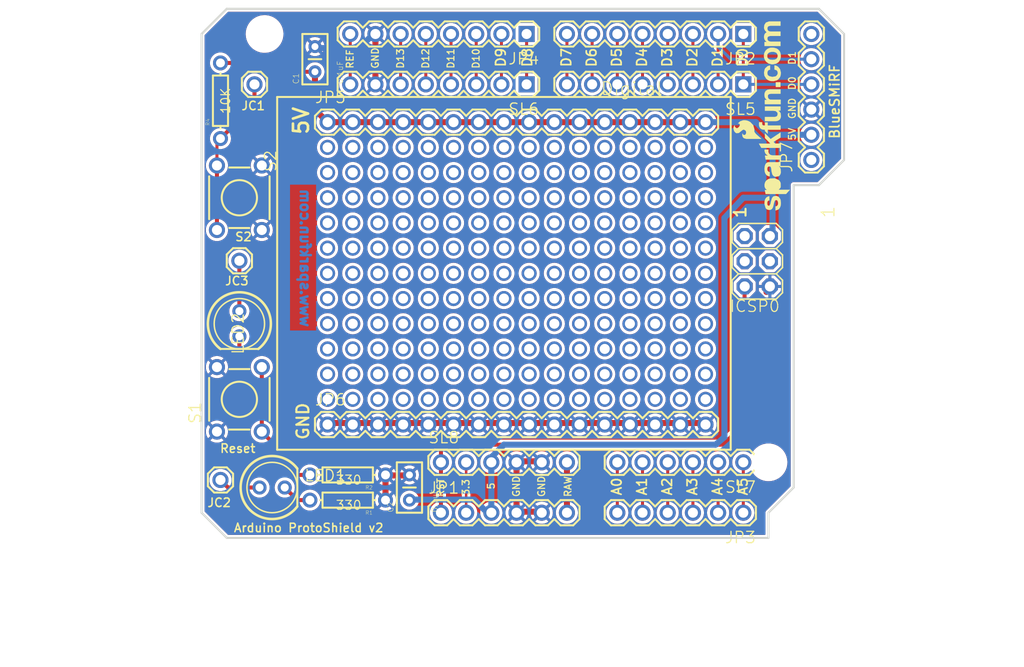
<source format=kicad_pcb>
(kicad_pcb (version 20211014) (generator pcbnew)
  (layers (0 "F.Cu" signal) (31 "B.Cu" signal) (34 "B.Paste" user) (35 "F.Paste" user) (36 "B.SilkS" user "B.Silkscreen") (37 "F.SilkS" user "F.Silkscreen") (38 "B.Mask" user) (39 "F.Mask" user) (44 "Edge.Cuts" user))
  (net 0 "")
  (net 1 "GND")
  (net 2 "N$6")
  (net 3 "N$7")
  (net 4 "LED1")
  (net 5 "LED2")
  (net 6 "RX")
  (net 7 "TX")
  (net 8 "D2")
  (net 9 "D3")
  (net 10 "D4")
  (net 11 "D5")
  (net 12 "D6")
  (net 13 "D7")
  (net 14 "D8")
  (net 15 "D9")
  (net 16 "D10")
  (net 17 "D11")
  (net 18 "D12")
  (net 19 "D13")
  (net 20 "AREF")
  (net 21 "A3")
  (net 22 "A4")
  (net 23 "3.3V")
  (net 24 "RESET")
  (net 25 "5V")
  (net 26 "VIN")
  (net 27 "A5")
  (net 28 "RES")
  (net 29 "N$3")
  (net 30 "N$4")
  (net 31 "N$5")
  (net 32 "N$10")
  (net 33 "N$11")
  (net 34 "N$12")
  (net 35 "N$13")
  (net 36 "N$14")
  (net 37 "N$15")
  (net 38 "N$16")
  (net 39 "N$17")
  (net 40 "N$18")
  (net 41 "N$19")
  (net 42 "N$20")
  (net 43 "N$21")
  (net 44 "N$22")
  (net 45 "N$23")
  (net 46 "N$24")
  (net 47 "N$25")
  (net 48 "N$26")
  (net 49 "N$27")
  (net 50 "N$28")
  (net 51 "N$29")
  (net 52 "N$30")
  (net 53 "N$31")
  (net 54 "N$32")
  (net 55 "N$33")
  (net 56 "N$34")
  (net 57 "N$35")
  (net 58 "N$36")
  (net 59 "N$37")
  (net 60 "N$38")
  (net 61 "N$39")
  (net 62 "N$40")
  (net 63 "N$41")
  (net 64 "N$42")
  (net 65 "N$43")
  (net 66 "N$44")
  (net 67 "N$45")
  (net 68 "N$46")
  (net 69 "N$47")
  (net 70 "N$48")
  (net 71 "N$49")
  (net 72 "N$50")
  (net 73 "N$51")
  (net 74 "N$52")
  (net 75 "N$53")
  (net 76 "N$54")
  (net 77 "N$55")
  (net 78 "N$56")
  (net 79 "N$57")
  (net 80 "N$58")
  (net 81 "N$59")
  (net 82 "N$60")
  (net 83 "N$61")
  (net 84 "N$62")
  (net 85 "N$63")
  (net 86 "N$64")
  (net 87 "N$65")
  (net 88 "N$66")
  (net 89 "N$67")
  (net 90 "N$68")
  (net 91 "N$69")
  (net 92 "N$70")
  (net 93 "N$71")
  (net 94 "N$72")
  (net 95 "N$73")
  (net 96 "N$74")
  (net 97 "N$75")
  (net 98 "N$76")
  (net 99 "N$77")
  (net 100 "N$78")
  (net 101 "N$79")
  (net 102 "N$80")
  (net 103 "N$81")
  (net 104 "N$82")
  (net 105 "N$83")
  (net 106 "N$84")
  (net 107 "N$85")
  (net 108 "N$86")
  (net 109 "N$87")
  (net 110 "N$88")
  (net 111 "N$89")
  (net 112 "N$90")
  (net 113 "N$91")
  (net 114 "N$92")
  (net 115 "N$93")
  (net 116 "N$94")
  (net 117 "N$95")
  (net 118 "N$96")
  (net 119 "N$97")
  (net 120 "N$98")
  (net 121 "N$99")
  (net 122 "N$100")
  (net 123 "N$101")
  (net 124 "N$102")
  (net 125 "N$103")
  (net 126 "N$104")
  (net 127 "N$105")
  (net 128 "N$106")
  (net 129 "N$107")
  (net 130 "N$108")
  (net 131 "N$109")
  (net 132 "N$110")
  (net 133 "N$111")
  (net 134 "N$112")
  (net 135 "N$113")
  (net 136 "N$114")
  (net 137 "N$115")
  (net 138 "N$116")
  (net 139 "N$117")
  (net 140 "N$118")
  (net 141 "N$119")
  (net 142 "N$120")
  (net 143 "N$121")
  (net 144 "N$122")
  (net 145 "N$123")
  (net 146 "N$124")
  (net 147 "N$125")
  (net 148 "N$126")
  (net 149 "N$127")
  (net 150 "N$128")
  (net 151 "N$129")
  (net 152 "N$130")
  (net 153 "N$131")
  (net 154 "N$132")
  (net 155 "N$133")
  (net 156 "N$134")
  (net 157 "N$135")
  (net 158 "N$136")
  (net 159 "N$137")
  (net 160 "N$138")
  (net 161 "N$139")
  (net 162 "N$140")
  (net 163 "N$141")
  (net 164 "N$142")
  (net 165 "N$143")
  (net 166 "N$144")
  (net 167 "N$145")
  (net 168 "N$146")
  (net 169 "N$147")
  (net 170 "N$148")
  (net 171 "N$149")
  (net 172 "N$150")
  (net 173 "N$151")
  (net 174 "N$152")
  (net 175 "N$153")
  (net 176 "N$154")
  (net 177 "N$155")
  (net 178 "N$156")
  (net 179 "N$157")
  (net 180 "N$158")
  (net 181 "N$159")
  (net 182 "N$160")
  (net 183 "N$161")
  (net 184 "N$162")
  (net 185 "N$163")
  (net 186 "N$164")
  (net 187 "N$165")
  (net 188 "N$166")
  (net 189 "N$167")
  (net 190 "N$168")
  (net 191 "N$169")
  (net 192 "N$170")
  (net 193 "N$171")
  (net 194 "N$172")
  (net 195 "N$173")
  (net 196 "N$174")
  (net 197 "N$175")
  (net 198 "N$176")
  (net 199 "N$177")
  (net 200 "N$178")
  (net 201 "N$179")
  (net 202 "N$180")
  (net 203 "N$181")
  (net 204 "N$182")
  (net 205 "MOSI")
  (net 206 "MISO")
  (net 207 "SCK")
  (net 208 "A2")
  (net 209 "A1")
  (net 210 "A0")
  (net 211 "NC1")
  (net 212 "NC2")
  (footprint "eagleBoard:TACTILE-PTH" (layer "F.Cu") (at 119.9261 97.3836 -90)
    (fp_text reference "S2")
    (fp_text value "" hide)
  )
  (footprint "eagleBoard:TACTILE-PTH" (layer "F.Cu") (at 119.9261 117.7036 90)
    (fp_text reference "S1")
    (fp_text value "Reset" hide)
  )
  (footprint "eagleBoard:AXIAL-0.3" (layer "F.Cu") (at 118.0211 87.6046 90)
    (fp_text reference "R4")
    (fp_text value "10K")
  )
  (footprint "eagleBoard:LED5MM" (layer "F.Cu") (at 123.2281 126.5936)
    (fp_text reference "LED1")
    (fp_text value "")
  )
  (footprint "eagleBoard:1X01" (layer "F.Cu") (at 118.0211 125.8316 90)
    (fp_text reference "JC2" hide)
    (fp_text value "M01PTH" hide)
  )
  (footprint "eagleBoard:1X16" (layer "F.Cu") (at 128.8161 89.7636)
    (fp_text reference "JP5")
    (fp_text value "M16PTH")
  )
  (footprint "eagleBoard:AXIAL-0.3" (layer "F.Cu") (at 130.8481 125.3236 180)
    (fp_text reference "R2")
    (fp_text value "330")
  )
  (footprint "eagleBoard:CAP-PTH-SMALL2" (layer "F.Cu") (at 137.0711 127.8636 90)
    (fp_text reference "C2")
    (fp_text value "0.1uF")
  )
  (footprint "eagleBoard:LED5MM" (layer "F.Cu") (at 119.9261 110.0836 -90)
    (fp_text reference "LED2")
    (fp_text value "")
  )
  (footprint "eagleBoard:1X06" (layer "F.Cu") (at 140.2461 129.1336)
    (fp_text reference "JP1")
    (fp_text value "Power")
  )
  (footprint "eagleBoard:1X16" (layer "F.Cu") (at 128.8161 120.2436)
    (fp_text reference "JP6")
    (fp_text value "M16PTH")
  )
  (footprint "eagleBoard:1X06" (layer "F.Cu") (at 170.7261 124.0536 180)
    (fp_text reference "SL7")
    (fp_text value "")
  )
  (footprint "eagleBoard:1X08" (layer "F.Cu") (at 170.7261 80.8736 180)
    (fp_text reference "JP2")
    (fp_text value "Digital1")
  )
  (footprint "" (layer "F.Cu") (at 122.4661 80.8736)
    (fp_text reference "@HOLE1" hide)
    (fp_text value "")
  )
  (footprint "eagleBoard:1X06" (layer "F.Cu") (at 177.5841 93.5736 90)
    (fp_text reference "JP7")
    (fp_text value "BlueSMiRF")
  )
  (footprint "eagleBoard:1X06" (layer "F.Cu") (at 170.7261 129.1336 180)
    (fp_text reference "JP3")
    (fp_text value "Analog")
  )
  (footprint "eagleBoard:1X01" (layer "F.Cu") (at 119.9261 103.7336 -90)
    (fp_text reference "JC3" hide)
    (fp_text value "M01PTH" hide)
  )
  (footprint "eagleBoard:CREATIVE_COMMONS" (layer "F.Cu") (at 116.1161 144.3736)
    (fp_text reference "U$2" hide)
    (fp_text value "CREATIVE_COMMONS" hide)
  )
  (footprint "eagleBoard:2X03" (layer "F.Cu") (at 172.1361 103.7836 -90)
    (fp_text reference "ICSP0")
    (fp_text value "ICSP")
  )
  (footprint "eagleBoard:AXIAL-0.3" (layer "F.Cu") (at 130.8481 127.8636 180)
    (fp_text reference "R1")
    (fp_text value "330")
  )
  (footprint "eagleBoard:SFE-NEW-WEBLOGO" (layer "F.Cu") (at 175.4251 98.6536 90)
    (fp_text reference "U$1" hide)
    (fp_text value "LOGO-SFENEW" hide)
  )
  (footprint "eagleBoard:BREADBOARD-MINI" (layer "F.Cu") (at 123.7361 122.7836)
    (fp_text reference "BB1" hide)
    (fp_text value "BREADBOARDMINI" hide)
  )
  (footprint "eagleBoard:CAP-PTH-SMALL2" (layer "F.Cu") (at 127.5461 84.6836 90)
    (fp_text reference "C1")
    (fp_text value "0.1uF")
  )
  (footprint "eagleBoard:1X08" (layer "F.Cu") (at 170.7261 85.9536 180)
    (fp_text reference "SL5")
    (fp_text value "")
  )
  (footprint "eagleBoard:1X01" (layer "F.Cu") (at 121.4501 85.9536)
    (fp_text reference "JC1" hide)
    (fp_text value "M01PTH" hide)
  )
  (footprint "" (layer "F.Cu") (at 173.2661 124.0536)
    (fp_text reference "@HOLE0" hide)
    (fp_text value "")
  )
  (footprint "eagleBoard:1X08" (layer "F.Cu") (at 148.8821 85.9536 180)
    (fp_text reference "SL6")
    (fp_text value "")
  )
  (footprint "eagleBoard:1X06" (layer "F.Cu") (at 140.2461 124.0536)
    (fp_text reference "SL8")
    (fp_text value "")
  )
  (footprint "eagleBoard:1X08" (layer "F.Cu") (at 148.8821 80.8736 180)
    (fp_text reference "JP4")
    (fp_text value "Digital2")
  )
  (gr_line (start 118.6561 78.3336) (end 116.1161 80.8736) (layer "Edge.Cuts") (width 0.2032))
  (gr_line (start 180.8861 80.8736) (end 178.3461 78.3336) (layer "Edge.Cuts") (width 0.2032))
  (gr_line (start 178.3461 78.3336) (end 118.6561 78.3336) (layer "Edge.Cuts") (width 0.2032))
  (gr_line (start 175.8061 96.1136) (end 178.3461 96.1136) (layer "Edge.Cuts") (width 0.2032))
  (gr_line (start 178.3461 96.1136) (end 180.8861 93.5736) (layer "Edge.Cuts") (width 0.2032))
  (gr_line (start 116.1161 80.8736) (end 116.1161 129.1336) (layer "Edge.Cuts") (width 0.2032))
  (gr_line (start 173.2661 129.1336) (end 175.8061 126.5936) (layer "Edge.Cuts") (width 0.2032))
  (gr_line (start 118.6561 131.6736) (end 173.2661 131.6736) (layer "Edge.Cuts") (width 0.2032))
  (gr_line (start 175.8061 126.5936) (end 175.8061 96.1136) (layer "Edge.Cuts") (width 0.2032))
  (gr_line (start 116.1161 129.1336) (end 118.6561 131.6736) (layer "Edge.Cuts") (width 0.2032))
  (gr_line (start 173.2661 131.6736) (end 173.2661 129.1336) (layer "Edge.Cuts") (width 0.2032))
  (gr_line (start 180.8861 93.5736) (end 180.8861 80.8736) (layer "Edge.Cuts") (width 0.2032))
  (gr_text "www.sparkfun.com" (at 127.1651 96.3676 -90) (layer "B.Cu") (effects (font (size 1.016 1.016) (thickness 0.254)) (justify right top mirror)))
  (gr_text "1" (at 171.1071 99.5426 90) (layer "F.SilkS") (effects (font (size 1.19 1.19) (thickness 0.21)) (justify left bottom)))
  (gr_text "D1" (at 176.0601 84.0486 90) (layer "F.SilkS") (effects (font (size 0.69088 0.69088) (thickness 0.12192)) (justify left bottom)))
  (gr_text "JC1" (at 120.0531 88.6206) (layer "F.SilkS") (effects (font (size 0.8636 0.8636) (thickness 0.1524)) (justify left bottom)))
  (gr_text "D9" (at 146.8501 84.3026 90) (layer "F.SilkS") (effects (font (size 0.97155 0.97155) (thickness 0.17145)) (justify left bottom)))
  (gr_text "A0" (at 158.5341 127.4826 90) (layer "F.SilkS") (effects (font (size 0.97155 0.97155) (thickness 0.17145)) (justify left bottom)))
  (gr_text "GND" (at 127.0381 121.8946 90) (layer "F.SilkS") (effects (font (size 1.20904 1.20904) (thickness 0.21336)) (justify left bottom)))
  (gr_text "Digital" (at 156.2845 87.1324) (layer "F.SilkS") (effects (font (size 1.288 1.288) (thickness 0.112)) (justify left bottom)))
  (gr_text "Arduino ProtoShield v2" (at 119.2911 131.1656) (layer "F.SilkS") (effects (font (size 0.8636 0.8636) (thickness 0.1524)) (justify left bottom)))
  (gr_text "A1" (at 161.0741 127.4826 90) (layer "F.SilkS") (effects (font (size 0.97155 0.97155) (thickness 0.17145)) (justify left bottom)))
  (gr_text "A4" (at 168.6941 127.4826 90) (layer "F.SilkS") (effects (font (size 0.97155 0.97155) (thickness 0.17145)) (justify left bottom)))
  (gr_text "1" (at 180.0247 99.5102 90) (layer "F.SilkS") (effects (font (size 1.288 1.288) (thickness 0.112)) (justify left bottom)))
  (gr_text "D11" (at 141.6431 84.4296 90) (layer "F.SilkS") (effects (font (size 0.69088 0.69088) (thickness 0.12192)) (justify left bottom)))
  (gr_text "JC2" (at 116.6241 128.6256) (layer "F.SilkS") (effects (font (size 0.8636 0.8636) (thickness 0.1524)) (justify left bottom)))
  (gr_text "A2" (at 163.6141 127.4826 90) (layer "F.SilkS") (effects (font (size 0.97155 0.97155) (thickness 0.17145)) (justify left bottom)))
  (gr_text "D10" (at 144.1831 84.4296 90) (layer "F.SilkS") (effects (font (size 0.69088 0.69088) (thickness 0.12192)) (justify left bottom)))
  (gr_text "GND" (at 148.2471 127.6096 90) (layer "F.SilkS") (effects (font (size 0.69088 0.69088) (thickness 0.12192)) (justify left bottom)))
  (gr_text "GND" (at 176.0601 89.5096 90) (layer "F.SilkS") (effects (font (size 0.69088 0.69088) (thickness 0.12192)) (justify left bottom)))
  (gr_text "A3" (at 166.1541 127.4826 90) (layer "F.SilkS") (effects (font (size 0.97155 0.97155) (thickness 0.17145)) (justify left bottom)))
  (gr_text "D0" (at 171.2341 84.3026 90) (layer "F.SilkS") (effects (font (size 0.97155 0.97155) (thickness 0.17145)) (justify left bottom)))
  (gr_text "D12" (at 139.1031 84.4296 90) (layer "F.SilkS") (effects (font (size 0.69088 0.69088) (thickness 0.12192)) (justify left bottom)))
  (gr_text "D0" (at 176.0601 86.5886 90) (layer "F.SilkS") (effects (font (size 0.69088 0.69088) (thickness 0.12192)) (justify left bottom)))
  (gr_text "D1" (at 168.6941 84.3026 90) (layer "F.SilkS") (effects (font (size 0.97155 0.97155) (thickness 0.17145)) (justify left bottom)))
  (gr_text "D2" (at 166.1541 84.3026 90) (layer "F.SilkS") (effects (font (size 0.97155 0.97155) (thickness 0.17145)) (justify left bottom)))
  (gr_text "D3" (at 163.6141 84.3026 90) (layer "F.SilkS") (effects (font (size 0.97155 0.97155) (thickness 0.17145)) (justify left bottom)))
  (gr_text "D4" (at 161.0741 84.3026 90) (layer "F.SilkS") (effects (font (size 0.97155 0.97155) (thickness 0.17145)) (justify left bottom)))
  (gr_text "D5" (at 158.5341 84.3026 90) (layer "F.SilkS") (effects (font (size 0.97155 0.97155) (thickness 0.17145)) (justify left bottom)))
  (gr_text "JC3" (at 118.4021 106.2736) (layer "F.SilkS") (effects (font (size 0.8636 0.8636) (thickness 0.1524)) (justify left bottom)))
  (gr_text "RAW" (at 153.4541 127.6096 90) (layer "F.SilkS") (effects (font (size 0.69088 0.69088) (thickness 0.12192)) (justify left bottom)))
  (gr_text "Reset" (at 117.8941 123.1646) (layer "F.SilkS") (effects (font (size 0.8636 0.8636) (thickness 0.1524)) (justify left bottom)))
  (gr_text "5" (at 145.7071 126.8476 90) (layer "F.SilkS") (effects (font (size 0.69088 0.69088) (thickness 0.12192)) (justify left bottom)))
  (gr_text "D13" (at 136.5631 84.4296 90) (layer "F.SilkS") (effects (font (size 0.69088 0.69088) (thickness 0.12192)) (justify left bottom)))
  (gr_text "D7" (at 153.4541 84.3026 90) (layer "F.SilkS") (effects (font (size 0.97155 0.97155) (thickness 0.17145)) (justify left bottom)))
  (gr_text "REF" (at 131.4831 84.4296 90) (layer "F.SilkS") (effects (font (size 0.69088 0.69088) (thickness 0.12192)) (justify left bottom)))
  (gr_text "D6" (at 155.9941 84.3026 90) (layer "F.SilkS") (effects (font (size 0.97155 0.97155) (thickness 0.17145)) (justify left bottom)))
  (gr_text "5V" (at 127.0381 91.1606 90) (layer "F.SilkS") (effects (font (size 1.5113 1.5113) (thickness 0.2667)) (justify left bottom)))
  (gr_text "S2" (at 119.4181 101.8286) (layer "F.SilkS") (effects (font (size 0.8636 0.8636) (thickness 0.1524)) (justify left bottom)))
  (gr_text "GND" (at 150.7871 127.6096 90) (layer "F.SilkS") (effects (font (size 0.69088 0.69088) (thickness 0.12192)) (justify left bottom)))
  (gr_text "3.3" (at 143.1671 127.4826 90) (layer "F.SilkS") (effects (font (size 0.69088 0.69088) (thickness 0.12192)) (justify left bottom)))
  (gr_text "D8" (at 149.5171 84.3026 90) (layer "F.SilkS") (effects (font (size 0.97155 0.97155) (thickness 0.17145)) (justify left bottom)))
  (gr_text "5V" (at 176.0601 91.6686 90) (layer "F.SilkS") (effects (font (size 0.69088 0.69088) (thickness 0.12192)) (justify left bottom)))
  (gr_text "GND" (at 134.0231 84.4296 90) (layer "F.SilkS") (effects (font (size 0.69088 0.69088) (thickness 0.12192)) (justify left bottom)))
  (gr_text "BlueSMiRF" (at 180.5051 91.5416 90) (layer "F.SilkS") (effects (font (size 0.97155 0.97155) (thickness 0.17145)) (justify left bottom)))
  (gr_text "RST" (at 140.6271 127.6096 90) (layer "F.SilkS") (effects (font (size 0.69088 0.69088) (thickness 0.12192)) (justify left bottom)))
  (gr_text "A5" (at 171.2341 127.4826 90) (layer "F.SilkS") (effects (font (size 0.97155 0.97155) (thickness 0.17145)) (justify left bottom)))
  (segment (start 161.2773 120.0912) (end 161.8361 120.2436) (width 0.6096) (layer "F.Cu") (net 1))
  (segment (start 149.6949 129.032) (end 150.4061 129.1336) (width 0.6096) (layer "F.Cu") (net 1))
  (segment (start 164.3761 120.2436) (end 164.9349 120.0912) (width 0.6096) (layer "F.Cu") (net 1))
  (segment (start 147.8661 129.1336) (end 147.8661 124.0536) (width 0.6096) (layer "F.Cu") (net 1))
  (segment (start 159.8549 120.0912) (end 161.2773 120.0912) (width 0.6096) (layer "F.Cu") (net 1))
  (segment (start 133.8961 120.2436) (end 134.4549 120.0912) (width 0.6096) (layer "F.Cu") (net 1))
  (segment (start 149.6949 123.952) (end 150.4061 124.0536) (width 0.6096) (layer "F.Cu") (net 1))
  (segment (start 137.0965 120.0912) (end 138.3157 120.0912) (width 0.6096) (layer "F.Cu") (net 1))
  (segment (start 162.4965 120.0912) (end 163.7157 120.0912) (width 0.6096) (layer "F.Cu") (net 1))
  (segment (start 139.5349 120.0912) (end 140.9573 120.0912) (width 0.6096) (layer "F.Cu") (net 1))
  (segment (start 151.1173 120.0912) (end 151.6761 120.2436) (width 0.6096) (layer "F.Cu") (net 1))
  (segment (start 149.1361 120.2436) (end 149.6949 120.0912) (width 0.6096) (layer "F.Cu") (net 1))
  (segment (start 152.3365 120.0912) (end 153.5557 120.0912) (width 0.6096) (layer "F.Cu") (net 1))
  (segment (start 135.2677 125.3744) (end 136.4869 125.3744) (width 0.6096) (layer "F.Cu") (net 1))
  (segment (start 163.7157 120.0912) (end 164.3761 120.2436) (width 0.6096) (layer "F.Cu") (net 1))
  (segment (start 144.0561 120.2436) (end 144.6149 120.0912) (width 0.6096) (layer "F.Cu") (net 1))
  (segment (start 146.5961 120.2436) (end 147.2565 120.0912) (width 0.6096) (layer "F.Cu") (net 1))
  (segment (start 156.1973 120.0912) (end 156.7561 120.2436) (width 0.6096) (layer "F.Cu") (net 1))
  (segment (start 148.4757 129.032) (end 149.6949 129.032) (width 0.6096) (layer "F.Cu") (net 1))
  (segment (start 138.9761 120.2436) (end 139.5349 120.0912) (width 0.6096) (layer "F.Cu") (net 1))
  (segment (start 158.6357 120.0912) (end 159.2961 120.2436) (width 0.6096) (layer "F.Cu") (net 1))
  (segment (start 132.0165 120.0912) (end 133.2357 120.0912) (width 0.6096) (layer "F.Cu") (net 1))
  (segment (start 130.7973 120.0912) (end 131.3561 120.2436) (width 0.6096) (layer "F.Cu") (net 1))
  (segment (start 147.8661 124.0536) (end 148.4757 123.952) (width 0.6096) (layer "F.Cu") (net 1))
  (segment (start 148.4757 120.0912) (end 149.1361 120.2436) (width 0.6096) (layer "F.Cu") (net 1))
  (segment (start 136.4869 125.3744) (end 137.0711 125.3236) (width 0.6096) (layer "F.Cu") (net 1))
  (segment (start 166.3573 120.0912) (end 166.9161 120.2436) (width 0.6096) (layer "F.Cu") (net 1))
  (segment (start 129.3749 120.0912) (end 130.7973 120.0912) (width 0.6096) (layer "F.Cu") (net 1))
  (segment (start 143.3957 120.0912) (end 144.0561 120.2436) (width 0.6096) (layer "F.Cu") (net 1))
  (segment (start 154.7749 120.0912) (end 156.1973 120.0912) (width 0.6096) (layer "F.Cu") (net 1))
  (segment (start 147.2565 120.0912) (end 148.4757 120.0912) (width 0.6096) (layer "F.Cu") (net 1))
  (segment (start 153.5557 120.0912) (end 154.2161 120.2436) (width 0.6096) (layer "F.Cu") (net 1))
  (segment (start 156.7561 120.2436) (end 157.4165 120.0912) (width 0.6096) (layer "F.Cu") (net 1))
  (segment (start 141.5161 120.2436) (end 142.1765 120.0912) (width 0.6096) (layer "F.Cu") (net 1))
  (segment (start 147.8661 129.1336) (end 148.4757 129.032) (width 0.6096) (layer "F.Cu") (net 1))
  (segment (start 161.8361 120.2436) (end 162.4965 120.0912) (width 0.6096) (layer "F.Cu") (net 1))
  (segment (start 157.4165 120.0912) (end 158.6357 120.0912) (width 0.6096) (layer "F.Cu") (net 1))
  (segment (start 146.0373 120.0912) (end 146.5961 120.2436) (width 0.6096) (layer "F.Cu") (net 1))
  (segment (start 135.8773 120.0912) (end 136.4361 120.2436) (width 0.6096) (layer "F.Cu") (net 1))
  (segment (start 136.4361 120.2436) (end 137.0965 120.0912) (width 0.6096) (layer "F.Cu") (net 1))
  (segment (start 173.0629 106.8832) (end 173.4061 106.3236) (width 0.6096) (layer "F.Cu") (net 1))
  (segment (start 134.6581 127.8636) (end 134.6581 125.3236) (width 0.6096) (layer "F.Cu") (net 1))
  (segment (start 131.3561 120.2436) (end 132.0165 120.0912) (width 0.6096) (layer "F.Cu") (net 1))
  (segment (start 140.9573 120.0912) (end 141.5161 120.2436) (width 0.6096) (layer "F.Cu") (net 1))
  (segment (start 149.6949 120.0912) (end 151.1173 120.0912) (width 0.6096) (layer "F.Cu") (net 1))
  (segment (start 134.4549 120.0912) (end 135.8773 120.0912) (width 0.6096) (layer "F.Cu") (net 1))
  (segment (start 133.6421 80.8736) (end 133.6421 85.9536) (width 0.6096) (layer "F.Cu") (net 1))
  (segment (start 164.9349 120.0912) (end 166.3573 120.0912) (width 0.6096) (layer "F.Cu") (net 1))
  (segment (start 154.2161 120.2436) (end 154.7749 120.0912) (width 0.6096) (layer "F.Cu") (net 1))
  (segment (start 142.1765 120.0912) (end 143.3957 120.0912) (width 0.6096) (layer "F.Cu") (net 1))
  (segment (start 151.6761 120.2436) (end 152.3365 120.0912) (width 0.6096) (layer "F.Cu") (net 1))
  (segment (start 159.2961 120.2436) (end 159.8549 120.0912) (width 0.6096) (layer "F.Cu") (net 1))
  (segment (start 138.3157 120.0912) (end 138.9761 120.2436) (width 0.6096) (layer "F.Cu") (net 1))
  (segment (start 134.6581 125.3236) (end 135.2677 125.3744) (width 0.6096) (layer "F.Cu") (net 1))
  (segment (start 148.4757 123.952) (end 149.6949 123.952) (width 0.6096) (layer "F.Cu") (net 1))
  (segment (start 144.6149 120.0912) (end 146.0373 120.0912) (width 0.6096) (layer "F.Cu") (net 1))
  (segment (start 133.2357 120.0912) (end 133.8961 120.2436) (width 0.6096) (layer "F.Cu") (net 1))
  (segment (start 128.8161 120.2436) (end 129.3749 120.0912) (width 0.6096) (layer "F.Cu") (net 1))
  (segment (start 133.0325 81.28) (end 133.6421 80.8736) (width 0.6096) (layer "B.Cu") (net 1))
  (segment (start 127.5461 82.1436) (end 127.9525 82.296) (width 0.6096) (layer "B.Cu") (net 1))
  (segment (start 132.0165 82.296) (end 133.0325 81.28) (width 0.6096) (layer "B.Cu") (net 1))
  (segment (start 127.9525 82.296) (end 132.0165 82.296) (width 0.6096) (layer "B.Cu") (net 1))
  (segment (start 124.4981 126.5936) (end 125.7681 127.8636) (width 0.4064) (layer "F.Cu") (net 2))
  (segment (start 125.7681 127.8636) (end 127.0381 127.8636) (width 0.4064) (layer "F.Cu") (net 2))
  (segment (start 123.7361 125.3236) (end 127.0381 125.3236) (width 0.4064) (layer "F.Cu") (net 3))
  (segment (start 123.7361 125.3236) (end 119.9261 121.5136) (width 0.4064) (layer "F.Cu") (net 3))
  (segment (start 119.9261 121.5136) (end 119.9261 111.3536) (width 0.4064) (layer "F.Cu") (net 3))
  (segment (start 118.7831 126.5936) (end 121.9581 126.5936) (width 0.4064) (layer "F.Cu") (net 4))
  (segment (start 118.0211 125.8316) (end 118.7831 126.5936) (width 0.4064) (layer "F.Cu") (net 4))
  (segment (start 119.9261 108.8136) (end 119.9261 103.7336) (width 0.4064) (layer "F.Cu") (net 5))
  (segment (start 170.7261 85.9536) (end 170.7261 80.8736) (width 0.3048) (layer "F.Cu") (net 6))
  (segment (start 170.7261 85.9536) (end 177.5841 85.9536) (width 0.3048) (layer "B.Cu") (net 6))
  (segment (start 168.1861 85.9536) (end 168.1861 80.8736) (width 0.3048) (layer "F.Cu") (net 7))
  (segment (start 169.4561 83.4136) (end 177.5841 83.4136) (width 0.3048) (layer "B.Cu") (net 7))
  (segment (start 168.1861 80.8736) (end 168.1861 82.1436) (width 0.3048) (layer "B.Cu") (net 7))
  (segment (start 168.1861 82.1436) (end 169.4561 83.4136) (width 0.3048) (layer "B.Cu") (net 7))
  (segment (start 165.6461 85.9536) (end 165.6461 80.8736) (width 0.3048) (layer "F.Cu") (net 8))
  (segment (start 163.1061 85.9536) (end 163.1061 80.8736) (width 0.3048) (layer "F.Cu") (net 9))
  (segment (start 160.5661 85.9536) (end 160.5661 80.8736) (width 0.3048) (layer "F.Cu") (net 10))
  (segment (start 158.0261 85.9536) (end 158.0261 80.8736) (width 0.3048) (layer "F.Cu") (net 11))
  (segment (start 155.4861 85.9536) (end 155.4861 80.8736) (width 0.3048) (layer "F.Cu") (net 12))
  (segment (start 152.9461 85.9536) (end 152.9461 80.8736) (width 0.3048) (layer "F.Cu") (net 13))
  (segment (start 148.8821 85.9536) (end 148.8821 80.8736) (width 0.3048) (layer "F.Cu") (net 14))
  (segment (start 146.3421 85.9536) (end 146.3421 80.8736) (width 0.3048) (layer "F.Cu") (net 15))
  (segment (start 143.8021 85.9536) (end 143.8021 80.8736) (width 0.3048) (layer "F.Cu") (net 16))
  (segment (start 141.2621 85.9536) (end 141.2621 80.8736) (width 0.3048) (layer "F.Cu") (net 17))
  (segment (start 138.7221 85.9536) (end 138.7221 80.8736) (width 0.3048) (layer "F.Cu") (net 18))
  (segment (start 136.1821 85.9536) (end 136.1821 80.8736) (width 0.3048) (layer "F.Cu") (net 19))
  (segment (start 131.1021 85.9536) (end 131.1021 80.8736) (width 0.3048) (layer "F.Cu") (net 20))
  (segment (start 165.6461 129.1336) (end 165.6461 124.0536) (width 0.3048) (layer "F.Cu") (net 21))
  (segment (start 168.1861 129.1336) (end 168.1861 124.0536) (width 0.3048) (layer "F.Cu") (net 22))
  (segment (start 142.7861 129.1336) (end 142.7861 124.0536) (width 0.254) (layer "F.Cu") (net 23))
  (segment (start 168.6941 122.2756) (end 170.8531 120.1166) (width 0.4064) (layer "F.Cu") (net 24))
  (segment (start 170.8531 120.1166) (end 170.8531 106.2736) (width 0.4064) (layer "F.Cu") (net 24))
  (segment (start 140.2461 122.2756) (end 168.6941 122.2756) (width 0.4064) (layer "F.Cu") (net 24))
  (segment (start 122.1867 120.9802) (end 123.4821 122.2756) (width 0.4064) (layer "F.Cu") (net 24))
  (segment (start 140.2461 122.2756) (end 140.2461 124.0536) (width 0.4064) (layer "F.Cu") (net 24))
  (segment (start 122.1867 120.9548) (end 122.1867 120.9802) (width 0.4064) (layer "F.Cu") (net 24))
  (segment (start 123.4821 122.2756) (end 140.2461 122.2756) (width 0.4064) (layer "F.Cu") (net 24))
  (segment (start 140.2461 124.0536) (end 140.2461 129.1336) (width 0.4064) (layer "F.Cu") (net 24))
  (segment (start 170.8531 106.2736) (end 170.8661 106.2866) (width 0.4064) (layer "F.Cu") (net 24))
  (segment (start 170.8661 106.2866) (end 170.8661 106.3236) (width 0.4064) (layer "F.Cu") (net 24))
  (segment (start 122.1867 120.9548) (end 122.1867 114.4524) (width 0.4064) (layer "F.Cu") (net 24))
  (segment (start 128.8161 89.7636) (end 127.5461 88.4936) (width 0.6096) (layer "F.Cu") (net 25))
  (segment (start 149.1361 89.7636) (end 146.5961 89.7636) (width 0.6096) (layer "F.Cu") (net 25))
  (segment (start 123.1011 84.6836) (end 122.2121 83.7946) (width 0.4064) (layer "F.Cu") (net 25))
  (segment (start 151.6761 89.7636) (end 149.1361 89.7636) (width 0.6096) (layer "F.Cu") (net 25))
  (segment (start 159.2961 89.7636) (end 156.7561 89.7636) (width 0.6096) (layer "F.Cu") (net 25))
  (segment (start 136.4361 89.7636) (end 133.8961 89.7636) (width 0.6096) (layer "F.Cu") (net 25))
  (segment (start 164.3761 89.7636) (end 161.8361 89.7636) (width 0.6096) (layer "F.Cu") (net 25))
  (segment (start 127.5461 88.4936) (end 127.5461 84.6836) (width 0.6096) (layer "F.Cu") (net 25))
  (segment (start 133.8961 89.7636) (end 131.3561 89.7636) (width 0.6096) (layer "F.Cu") (net 25))
  (segment (start 144.0561 89.7636) (end 141.5161 89.7636) (width 0.6096) (layer "F.Cu") (net 25))
  (segment (start 156.7561 89.7636) (end 154.2161 89.7636) (width 0.6096) (layer "F.Cu") (net 25))
  (segment (start 127.5461 84.6836) (end 123.1011 84.6836) (width 0.4064) (layer "F.Cu") (net 25))
  (segment (start 146.5961 89.7636) (end 144.0561 89.7636) (width 0.6096) (layer "F.Cu") (net 25))
  (segment (start 154.2161 89.7636) (end 151.6761 89.7636) (width 0.6096) (layer "F.Cu") (net 25))
  (segment (start 138.9761 89.7636) (end 136.4361 89.7636) (width 0.6096) (layer "F.Cu") (net 25))
  (segment (start 161.8361 89.7636) (end 159.2961 89.7636) (width 0.6096) (layer "F.Cu") (net 25))
  (segment (start 122.2121 83.7946) (end 118.0211 83.7946) (width 0.4064) (layer "F.Cu") (net 25))
  (segment (start 131.3561 89.7636) (end 128.8161 89.7636) (width 0.6096) (layer "F.Cu") (net 25))
  (segment (start 141.5161 89.7636) (end 138.9761 89.7636) (width 0.6096) (layer "F.Cu") (net 25))
  (segment (start 166.9161 89.7636) (end 164.3761 89.7636) (width 0.6096) (layer "F.Cu") (net 25))
  (segment (start 173.6725 97.3836) (end 173.6725 100.584) (width 0.6096) (layer "B.Cu") (net 25))
  (segment (start 143.5989 127.8128) (end 144.6149 128.8288) (width 0.6096) (layer "B.Cu") (net 25))
  (segment (start 173.6725 91.44) (end 173.2661 91.0336) (width 0.6096) (layer "B.Cu") (net 25))
  (segment (start 146.5961 122.2756) (end 167.9321 122.2756) (width 0.6096) (layer "B.Cu") (net 25))
  (segment (start 145.3261 129.1336) (end 145.3261 124.0536) (width 0.6096) (layer "B.Cu") (net 25))
  (segment (start 173.6725 100.584) (end 173.4061 101.2436) (width 0.6096) (layer "B.Cu") (net 25))
  (segment (start 168.8211 99.4156) (end 170.7261 97.3836) (width 0.6096) (layer "B.Cu") (net 25))
  (segment (start 173.2661 91.0336) (end 171.9961 89.7636) (width 0.6096) (layer "B.Cu") (net 25))
  (segment (start 137.5029 127.8128) (end 143.5989 127.8128) (width 0.6096) (layer "B.Cu") (net 25))
  (segment (start 137.0711 127.8636) (end 137.5029 127.8128) (width 0.6096) (layer "B.Cu") (net 25))
  (segment (start 145.3261 124.0536) (end 145.3261 123.5456) (width 0.6096) (layer "B.Cu") (net 25))
  (segment (start 173.2661 91.0336) (end 177.5841 91.0336) (width 0.6096) (layer "B.Cu") (net 25))
  (segment (start 170.7261 97.3836) (end 173.6725 97.3836) (width 0.6096) (layer "B.Cu") (net 25))
  (segment (start 168.8211 121.5136) (end 168.8211 99.4156) (width 0.6096) (layer "B.Cu") (net 25))
  (segment (start 171.9961 89.7636) (end 166.9161 89.7636) (width 0.6096) (layer "B.Cu") (net 25))
  (segment (start 173.6725 97.3836) (end 173.6725 91.44) (width 0.6096) (layer "B.Cu") (net 25))
  (segment (start 145.3261 123.5456) (end 146.5961 122.2756) (width 0.6096) (layer "B.Cu") (net 25))
  (segment (start 167.9321 122.2756) (end 168.8211 121.5136) (width 0.6096) (layer "B.Cu") (net 25))
  (segment (start 144.6149 128.8288) (end 145.3261 129.1336) (width 0.6096) (layer "B.Cu") (net 25))
  (segment (start 152.9461 129.1336) (end 152.9461 124.0536) (width 0.6096) (layer "F.Cu") (net 26))
  (segment (start 170.7261 129.1336) (end 170.7261 124.0536) (width 0.3048) (layer "F.Cu") (net 27))
  (segment (start 118.0211 91.4146) (end 121.4501 87.9856) (width 0.4064) (layer "F.Cu") (net 28))
  (segment (start 117.6655 94.1324) (end 117.6655 91.7702) (width 0.3048) (layer "F.Cu") (net 28))
  (segment (start 117.6655 100.6348) (end 117.6655 94.1324) (width 0.4064) (layer "F.Cu") (net 28))
  (segment (start 117.6655 91.7702) (end 118.0211 91.4146) (width 0.3048) (layer "F.Cu") (net 28))
  (segment (start 121.4501 87.9856) (end 121.4501 85.9536) (width 0.4064) (layer "F.Cu") (net 28))
  (via (at 166.9161 92.3036) (size 1.524) (drill 1.016) (layers "F.Cu" "B.Cu") (net 29))
  (via (at 166.9161 94.8436) (size 1.524) (drill 1.016) (layers "F.Cu" "B.Cu") (net 30))
  (via (at 166.9161 117.7036) (size 1.524) (drill 1.016) (layers "F.Cu" "B.Cu") (net 31))
  (via (at 166.9161 115.1636) (size 1.524) (drill 1.016) (layers "F.Cu" "B.Cu") (net 32))
  (via (at 166.9161 112.6236) (size 1.524) (drill 1.016) (layers "F.Cu" "B.Cu") (net 33))
  (via (at 166.9161 110.0836) (size 1.524) (drill 1.016) (layers "F.Cu" "B.Cu") (net 34))
  (via (at 166.9161 107.5436) (size 1.524) (drill 1.016) (layers "F.Cu" "B.Cu") (net 35))
  (via (at 166.9161 105.0036) (size 1.524) (drill 1.016) (layers "F.Cu" "B.Cu") (net 36))
  (via (at 166.9161 102.4636) (size 1.524) (drill 1.016) (layers "F.Cu" "B.Cu") (net 37))
  (via (at 166.9161 99.9236) (size 1.524) (drill 1.016) (layers "F.Cu" "B.Cu") (net 38))
  (via (at 166.9161 97.3836) (size 1.524) (drill 1.016) (layers "F.Cu" "B.Cu") (net 39))
  (via (at 164.3761 92.3036) (size 1.524) (drill 1.016) (layers "F.Cu" "B.Cu") (net 40))
  (via (at 164.3761 94.8436) (size 1.524) (drill 1.016) (layers "F.Cu" "B.Cu") (net 41))
  (via (at 164.3761 117.7036) (size 1.524) (drill 1.016) (layers "F.Cu" "B.Cu") (net 42))
  (via (at 164.3761 115.1636) (size 1.524) (drill 1.016) (layers "F.Cu" "B.Cu") (net 43))
  (via (at 164.3761 112.6236) (size 1.524) (drill 1.016) (layers "F.Cu" "B.Cu") (net 44))
  (via (at 164.3761 110.0836) (size 1.524) (drill 1.016) (layers "F.Cu" "B.Cu") (net 45))
  (via (at 164.3761 107.5436) (size 1.524) (drill 1.016) (layers "F.Cu" "B.Cu") (net 46))
  (via (at 164.3761 105.0036) (size 1.524) (drill 1.016) (layers "F.Cu" "B.Cu") (net 47))
  (via (at 164.3761 102.4636) (size 1.524) (drill 1.016) (layers "F.Cu" "B.Cu") (net 48))
  (via (at 164.3761 99.9236) (size 1.524) (drill 1.016) (layers "F.Cu" "B.Cu") (net 49))
  (via (at 164.3761 97.3836) (size 1.524) (drill 1.016) (layers "F.Cu" "B.Cu") (net 50))
  (via (at 161.8361 92.3036) (size 1.524) (drill 1.016) (layers "F.Cu" "B.Cu") (net 51))
  (via (at 161.8361 94.8436) (size 1.524) (drill 1.016) (layers "F.Cu" "B.Cu") (net 52))
  (via (at 161.8361 117.7036) (size 1.524) (drill 1.016) (layers "F.Cu" "B.Cu") (net 53))
  (via (at 161.8361 115.1636) (size 1.524) (drill 1.016) (layers "F.Cu" "B.Cu") (net 54))
  (via (at 161.8361 112.6236) (size 1.524) (drill 1.016) (layers "F.Cu" "B.Cu") (net 55))
  (via (at 161.8361 110.0836) (size 1.524) (drill 1.016) (layers "F.Cu" "B.Cu") (net 56))
  (via (at 161.8361 107.5436) (size 1.524) (drill 1.016) (layers "F.Cu" "B.Cu") (net 57))
  (via (at 161.8361 105.0036) (size 1.524) (drill 1.016) (layers "F.Cu" "B.Cu") (net 58))
  (via (at 161.8361 102.4636) (size 1.524) (drill 1.016) (layers "F.Cu" "B.Cu") (net 59))
  (via (at 161.8361 99.9236) (size 1.524) (drill 1.016) (layers "F.Cu" "B.Cu") (net 60))
  (via (at 161.8361 97.3836) (size 1.524) (drill 1.016) (layers "F.Cu" "B.Cu") (net 61))
  (via (at 159.2961 92.3036) (size 1.524) (drill 1.016) (layers "F.Cu" "B.Cu") (net 62))
  (via (at 159.2961 94.8436) (size 1.524) (drill 1.016) (layers "F.Cu" "B.Cu") (net 63))
  (via (at 159.2961 117.7036) (size 1.524) (drill 1.016) (layers "F.Cu" "B.Cu") (net 64))
  (via (at 159.2961 115.1636) (size 1.524) (drill 1.016) (layers "F.Cu" "B.Cu") (net 65))
  (via (at 159.2961 112.6236) (size 1.524) (drill 1.016) (layers "F.Cu" "B.Cu") (net 66))
  (via (at 159.2961 110.0836) (size 1.524) (drill 1.016) (layers "F.Cu" "B.Cu") (net 67))
  (via (at 159.2961 107.5436) (size 1.524) (drill 1.016) (layers "F.Cu" "B.Cu") (net 68))
  (via (at 159.2961 105.0036) (size 1.524) (drill 1.016) (layers "F.Cu" "B.Cu") (net 69))
  (via (at 159.2961 102.4636) (size 1.524) (drill 1.016) (layers "F.Cu" "B.Cu") (net 70))
  (via (at 159.2961 99.9236) (size 1.524) (drill 1.016) (layers "F.Cu" "B.Cu") (net 71))
  (via (at 159.2961 97.3836) (size 1.524) (drill 1.016) (layers "F.Cu" "B.Cu") (net 72))
  (via (at 156.7561 92.3036) (size 1.524) (drill 1.016) (layers "F.Cu" "B.Cu") (net 73))
  (via (at 156.7561 94.8436) (size 1.524) (drill 1.016) (layers "F.Cu" "B.Cu") (net 74))
  (via (at 156.7561 117.7036) (size 1.524) (drill 1.016) (layers "F.Cu" "B.Cu") (net 75))
  (via (at 156.7561 115.1636) (size 1.524) (drill 1.016) (layers "F.Cu" "B.Cu") (net 76))
  (via (at 156.7561 112.6236) (size 1.524) (drill 1.016) (layers "F.Cu" "B.Cu") (net 77))
  (via (at 156.7561 110.0836) (size 1.524) (drill 1.016) (layers "F.Cu" "B.Cu") (net 78))
  (via (at 156.7561 107.5436) (size 1.524) (drill 1.016) (layers "F.Cu" "B.Cu") (net 79))
  (via (at 156.7561 105.0036) (size 1.524) (drill 1.016) (layers "F.Cu" "B.Cu") (net 80))
  (via (at 156.7561 102.4636) (size 1.524) (drill 1.016) (layers "F.Cu" "B.Cu") (net 81))
  (via (at 156.7561 99.9236) (size 1.524) (drill 1.016) (layers "F.Cu" "B.Cu") (net 82))
  (via (at 156.7561 97.3836) (size 1.524) (drill 1.016) (layers "F.Cu" "B.Cu") (net 83))
  (via (at 154.2161 92.3036) (size 1.524) (drill 1.016) (layers "F.Cu" "B.Cu") (net 84))
  (via (at 154.2161 94.8436) (size 1.524) (drill 1.016) (layers "F.Cu" "B.Cu") (net 85))
  (via (at 154.2161 117.7036) (size 1.524) (drill 1.016) (layers "F.Cu" "B.Cu") (net 86))
  (via (at 154.2161 115.1636) (size 1.524) (drill 1.016) (layers "F.Cu" "B.Cu") (net 87))
  (via (at 154.2161 112.6236) (size 1.524) (drill 1.016) (layers "F.Cu" "B.Cu") (net 88))
  (via (at 154.2161 110.0836) (size 1.524) (drill 1.016) (layers "F.Cu" "B.Cu") (net 89))
  (via (at 154.2161 107.5436) (size 1.524) (drill 1.016) (layers "F.Cu" "B.Cu") (net 90))
  (via (at 154.2161 105.0036) (size 1.524) (drill 1.016) (layers "F.Cu" "B.Cu") (net 91))
  (via (at 154.2161 102.4636) (size 1.524) (drill 1.016) (layers "F.Cu" "B.Cu") (net 92))
  (via (at 154.2161 99.9236) (size 1.524) (drill 1.016) (layers "F.Cu" "B.Cu") (net 93))
  (via (at 154.2161 97.3836) (size 1.524) (drill 1.016) (layers "F.Cu" "B.Cu") (net 94))
  (via (at 151.6761 92.3036) (size 1.524) (drill 1.016) (layers "F.Cu" "B.Cu") (net 95))
  (via (at 151.6761 94.8436) (size 1.524) (drill 1.016) (layers "F.Cu" "B.Cu") (net 96))
  (via (at 151.6761 117.7036) (size 1.524) (drill 1.016) (layers "F.Cu" "B.Cu") (net 97))
  (via (at 151.6761 115.1636) (size 1.524) (drill 1.016) (layers "F.Cu" "B.Cu") (net 98))
  (via (at 151.6761 112.6236) (size 1.524) (drill 1.016) (layers "F.Cu" "B.Cu") (net 99))
  (via (at 151.6761 110.0836) (size 1.524) (drill 1.016) (layers "F.Cu" "B.Cu") (net 100))
  (via (at 151.6761 107.5436) (size 1.524) (drill 1.016) (layers "F.Cu" "B.Cu") (net 101))
  (via (at 151.6761 105.0036) (size 1.524) (drill 1.016) (layers "F.Cu" "B.Cu") (net 102))
  (via (at 151.6761 102.4636) (size 1.524) (drill 1.016) (layers "F.Cu" "B.Cu") (net 103))
  (via (at 151.6761 99.9236) (size 1.524) (drill 1.016) (layers "F.Cu" "B.Cu") (net 104))
  (via (at 151.6761 97.3836) (size 1.524) (drill 1.016) (layers "F.Cu" "B.Cu") (net 105))
  (via (at 149.1361 92.3036) (size 1.524) (drill 1.016) (layers "F.Cu" "B.Cu") (net 106))
  (via (at 149.1361 94.8436) (size 1.524) (drill 1.016) (layers "F.Cu" "B.Cu") (net 107))
  (via (at 149.1361 117.7036) (size 1.524) (drill 1.016) (layers "F.Cu" "B.Cu") (net 108))
  (via (at 149.1361 115.1636) (size 1.524) (drill 1.016) (layers "F.Cu" "B.Cu") (net 109))
  (via (at 149.1361 112.6236) (size 1.524) (drill 1.016) (layers "F.Cu" "B.Cu") (net 110))
  (via (at 149.1361 110.0836) (size 1.524) (drill 1.016) (layers "F.Cu" "B.Cu") (net 111))
  (via (at 149.1361 107.5436) (size 1.524) (drill 1.016) (layers "F.Cu" "B.Cu") (net 112))
  (via (at 149.1361 105.0036) (size 1.524) (drill 1.016) (layers "F.Cu" "B.Cu") (net 113))
  (via (at 149.1361 102.4636) (size 1.524) (drill 1.016) (layers "F.Cu" "B.Cu") (net 114))
  (via (at 149.1361 99.9236) (size 1.524) (drill 1.016) (layers "F.Cu" "B.Cu") (net 115))
  (via (at 149.1361 97.3836) (size 1.524) (drill 1.016) (layers "F.Cu" "B.Cu") (net 116))
  (via (at 146.5961 92.3036) (size 1.524) (drill 1.016) (layers "F.Cu" "B.Cu") (net 117))
  (via (at 146.5961 94.8436) (size 1.524) (drill 1.016) (layers "F.Cu" "B.Cu") (net 118))
  (via (at 146.5961 117.7036) (size 1.524) (drill 1.016) (layers "F.Cu" "B.Cu") (net 119))
  (via (at 146.5961 115.1636) (size 1.524) (drill 1.016) (layers "F.Cu" "B.Cu") (net 120))
  (via (at 146.5961 112.6236) (size 1.524) (drill 1.016) (layers "F.Cu" "B.Cu") (net 121))
  (via (at 146.5961 110.0836) (size 1.524) (drill 1.016) (layers "F.Cu" "B.Cu") (net 122))
  (via (at 146.5961 107.5436) (size 1.524) (drill 1.016) (layers "F.Cu" "B.Cu") (net 123))
  (via (at 146.5961 105.0036) (size 1.524) (drill 1.016) (layers "F.Cu" "B.Cu") (net 124))
  (via (at 146.5961 102.4636) (size 1.524) (drill 1.016) (layers "F.Cu" "B.Cu") (net 125))
  (via (at 146.5961 99.9236) (size 1.524) (drill 1.016) (layers "F.Cu" "B.Cu") (net 126))
  (via (at 146.5961 97.3836) (size 1.524) (drill 1.016) (layers "F.Cu" "B.Cu") (net 127))
  (via (at 144.0561 92.3036) (size 1.524) (drill 1.016) (layers "F.Cu" "B.Cu") (net 128))
  (via (at 144.0561 94.8436) (size 1.524) (drill 1.016) (layers "F.Cu" "B.Cu") (net 129))
  (via (at 144.0561 117.7036) (size 1.524) (drill 1.016) (layers "F.Cu" "B.Cu") (net 130))
  (via (at 144.0561 115.1636) (size 1.524) (drill 1.016) (layers "F.Cu" "B.Cu") (net 131))
  (via (at 144.0561 112.6236) (size 1.524) (drill 1.016) (layers "F.Cu" "B.Cu") (net 132))
  (via (at 144.0561 110.0836) (size 1.524) (drill 1.016) (layers "F.Cu" "B.Cu") (net 133))
  (via (at 144.0561 107.5436) (size 1.524) (drill 1.016) (layers "F.Cu" "B.Cu") (net 134))
  (via (at 144.0561 105.0036) (size 1.524) (drill 1.016) (layers "F.Cu" "B.Cu") (net 135))
  (via (at 144.0561 102.4636) (size 1.524) (drill 1.016) (layers "F.Cu" "B.Cu") (net 136))
  (via (at 144.0561 99.9236) (size 1.524) (drill 1.016) (layers "F.Cu" "B.Cu") (net 137))
  (via (at 144.0561 97.3836) (size 1.524) (drill 1.016) (layers "F.Cu" "B.Cu") (net 138))
  (via (at 141.5161 92.3036) (size 1.524) (drill 1.016) (layers "F.Cu" "B.Cu") (net 139))
  (via (at 141.5161 94.8436) (size 1.524) (drill 1.016) (layers "F.Cu" "B.Cu") (net 140))
  (via (at 141.5161 117.7036) (size 1.524) (drill 1.016) (layers "F.Cu" "B.Cu") (net 141))
  (via (at 141.5161 115.1636) (size 1.524) (drill 1.016) (layers "F.Cu" "B.Cu") (net 142))
  (via (at 141.5161 112.6236) (size 1.524) (drill 1.016) (layers "F.Cu" "B.Cu") (net 143))
  (via (at 141.5161 110.0836) (size 1.524) (drill 1.016) (layers "F.Cu" "B.Cu") (net 144))
  (via (at 141.5161 107.5436) (size 1.524) (drill 1.016) (layers "F.Cu" "B.Cu") (net 145))
  (via (at 141.5161 105.0036) (size 1.524) (drill 1.016) (layers "F.Cu" "B.Cu") (net 146))
  (via (at 141.5161 102.4636) (size 1.524) (drill 1.016) (layers "F.Cu" "B.Cu") (net 147))
  (via (at 141.5161 99.9236) (size 1.524) (drill 1.016) (layers "F.Cu" "B.Cu") (net 148))
  (via (at 141.5161 97.3836) (size 1.524) (drill 1.016) (layers "F.Cu" "B.Cu") (net 149))
  (via (at 138.9761 92.3036) (size 1.524) (drill 1.016) (layers "F.Cu" "B.Cu") (net 150))
  (via (at 138.9761 94.8436) (size 1.524) (drill 1.016) (layers "F.Cu" "B.Cu") (net 151))
  (via (at 138.9761 117.7036) (size 1.524) (drill 1.016) (layers "F.Cu" "B.Cu") (net 152))
  (via (at 138.9761 115.1636) (size 1.524) (drill 1.016) (layers "F.Cu" "B.Cu") (net 153))
  (via (at 138.9761 112.6236) (size 1.524) (drill 1.016) (layers "F.Cu" "B.Cu") (net 154))
  (via (at 138.9761 110.0836) (size 1.524) (drill 1.016) (layers "F.Cu" "B.Cu") (net 155))
  (via (at 138.9761 107.5436) (size 1.524) (drill 1.016) (layers "F.Cu" "B.Cu") (net 156))
  (via (at 138.9761 105.0036) (size 1.524) (drill 1.016) (layers "F.Cu" "B.Cu") (net 157))
  (via (at 138.9761 102.4636) (size 1.524) (drill 1.016) (layers "F.Cu" "B.Cu") (net 158))
  (via (at 138.9761 99.9236) (size 1.524) (drill 1.016) (layers "F.Cu" "B.Cu") (net 159))
  (via (at 138.9761 97.3836) (size 1.524) (drill 1.016) (layers "F.Cu" "B.Cu") (net 160))
  (via (at 136.4361 92.3036) (size 1.524) (drill 1.016) (layers "F.Cu" "B.Cu") (net 161))
  (via (at 136.4361 94.8436) (size 1.524) (drill 1.016) (layers "F.Cu" "B.Cu") (net 162))
  (via (at 136.4361 117.7036) (size 1.524) (drill 1.016) (layers "F.Cu" "B.Cu") (net 163))
  (via (at 136.4361 115.1636) (size 1.524) (drill 1.016) (layers "F.Cu" "B.Cu") (net 164))
  (via (at 136.4361 112.6236) (size 1.524) (drill 1.016) (layers "F.Cu" "B.Cu") (net 165))
  (via (at 136.4361 110.0836) (size 1.524) (drill 1.016) (layers "F.Cu" "B.Cu") (net 166))
  (via (at 136.4361 107.5436) (size 1.524) (drill 1.016) (layers "F.Cu" "B.Cu") (net 167))
  (via (at 136.4361 105.0036) (size 1.524) (drill 1.016) (layers "F.Cu" "B.Cu") (net 168))
  (via (at 136.4361 102.4636) (size 1.524) (drill 1.016) (layers "F.Cu" "B.Cu") (net 169))
  (via (at 136.4361 99.9236) (size 1.524) (drill 1.016) (layers "F.Cu" "B.Cu") (net 170))
  (via (at 136.4361 97.3836) (size 1.524) (drill 1.016) (layers "F.Cu" "B.Cu") (net 171))
  (via (at 133.8961 92.3036) (size 1.524) (drill 1.016) (layers "F.Cu" "B.Cu") (net 172))
  (via (at 133.8961 94.8436) (size 1.524) (drill 1.016) (layers "F.Cu" "B.Cu") (net 173))
  (via (at 133.8961 117.7036) (size 1.524) (drill 1.016) (layers "F.Cu" "B.Cu") (net 174))
  (via (at 133.8961 115.1636) (size 1.524) (drill 1.016) (layers "F.Cu" "B.Cu") (net 175))
  (via (at 133.8961 112.6236) (size 1.524) (drill 1.016) (layers "F.Cu" "B.Cu") (net 176))
  (via (at 133.8961 110.0836) (size 1.524) (drill 1.016) (layers "F.Cu" "B.Cu") (net 177))
  (via (at 133.8961 107.5436) (size 1.524) (drill 1.016) (layers "F.Cu" "B.Cu") (net 178))
  (via (at 133.8961 105.0036) (size 1.524) (drill 1.016) (layers "F.Cu" "B.Cu") (net 179))
  (via (at 133.8961 102.4636) (size 1.524) (drill 1.016) (layers "F.Cu" "B.Cu") (net 180))
  (via (at 133.8961 99.9236) (size 1.524) (drill 1.016) (layers "F.Cu" "B.Cu") (net 181))
  (via (at 133.8961 97.3836) (size 1.524) (drill 1.016) (layers "F.Cu" "B.Cu") (net 182))
  (via (at 131.3561 92.3036) (size 1.524) (drill 1.016) (layers "F.Cu" "B.Cu") (net 183))
  (via (at 131.3561 94.8436) (size 1.524) (drill 1.016) (layers "F.Cu" "B.Cu") (net 184))
  (via (at 131.3561 117.7036) (size 1.524) (drill 1.016) (layers "F.Cu" "B.Cu") (net 185))
  (via (at 131.3561 115.1636) (size 1.524) (drill 1.016) (layers "F.Cu" "B.Cu") (net 186))
  (via (at 131.3561 112.6236) (size 1.524) (drill 1.016) (layers "F.Cu" "B.Cu") (net 187))
  (via (at 131.3561 110.0836) (size 1.524) (drill 1.016) (layers "F.Cu" "B.Cu") (net 188))
  (via (at 131.3561 107.5436) (size 1.524) (drill 1.016) (layers "F.Cu" "B.Cu") (net 189))
  (via (at 131.3561 105.0036) (size 1.524) (drill 1.016) (layers "F.Cu" "B.Cu") (net 190))
  (via (at 131.3561 102.4636) (size 1.524) (drill 1.016) (layers "F.Cu" "B.Cu") (net 191))
  (via (at 131.3561 99.9236) (size 1.524) (drill 1.016) (layers "F.Cu" "B.Cu") (net 192))
  (via (at 131.3561 97.3836) (size 1.524) (drill 1.016) (layers "F.Cu" "B.Cu") (net 193))
  (via (at 128.8161 92.3036) (size 1.524) (drill 1.016) (layers "F.Cu" "B.Cu") (net 194))
  (via (at 128.8161 94.8436) (size 1.524) (drill 1.016) (layers "F.Cu" "B.Cu") (net 195))
  (via (at 128.8161 117.7036) (size 1.524) (drill 1.016) (layers "F.Cu" "B.Cu") (net 196))
  (via (at 128.8161 115.1636) (size 1.524) (drill 1.016) (layers "F.Cu" "B.Cu") (net 197))
  (via (at 128.8161 112.6236) (size 1.524) (drill 1.016) (layers "F.Cu" "B.Cu") (net 198))
  (via (at 128.8161 110.0836) (size 1.524) (drill 1.016) (layers "F.Cu" "B.Cu") (net 199))
  (via (at 128.8161 107.5436) (size 1.524) (drill 1.016) (layers "F.Cu" "B.Cu") (net 200))
  (via (at 128.8161 105.0036) (size 1.524) (drill 1.016) (layers "F.Cu" "B.Cu") (net 201))
  (via (at 128.8161 102.4636) (size 1.524) (drill 1.016) (layers "F.Cu" "B.Cu") (net 202))
  (via (at 128.8161 99.9236) (size 1.524) (drill 1.016) (layers "F.Cu" "B.Cu") (net 203))
  (via (at 128.8161 97.3836) (size 1.524) (drill 1.016) (layers "F.Cu" "B.Cu") (net 204))
  (segment (start 163.1061 129.1336) (end 163.1061 124.0536) (width 0.3048) (layer "F.Cu") (net 208))
  (segment (start 160.5661 129.1336) (end 160.5661 124.0536) (width 0.3048) (layer "F.Cu") (net 209))
  (segment (start 158.0261 129.1336) (end 158.0261 124.0536) (width 0.3048) (layer "F.Cu") (net 210))
  (zone (net 1) (net_name "GND") (layer "F.Cu") (priority 6) (connect_pads (clearance 0.3048)) (min_thickness 0.127) (fill yes (thermal_gap 0.304) (thermal_bridge_width 0.304))
    (polygon (pts (xy 181.0131 131.8006) (xy 115.9891 131.8006) (xy 115.9891 78.2066) (xy 181.0131 78.2066)))
  )
  (zone (net 1) (net_name "GND") (layer "B.Cu") (priority 6) (connect_pads (clearance 0.3048)) (min_thickness 0.127) (fill yes (thermal_gap 0.304) (thermal_bridge_width 0.304))
    (polygon (pts (xy 181.0131 131.8006) (xy 115.9891 131.8006) (xy 115.9891 78.2066) (xy 181.0131 78.2066)))
  )
)
</source>
